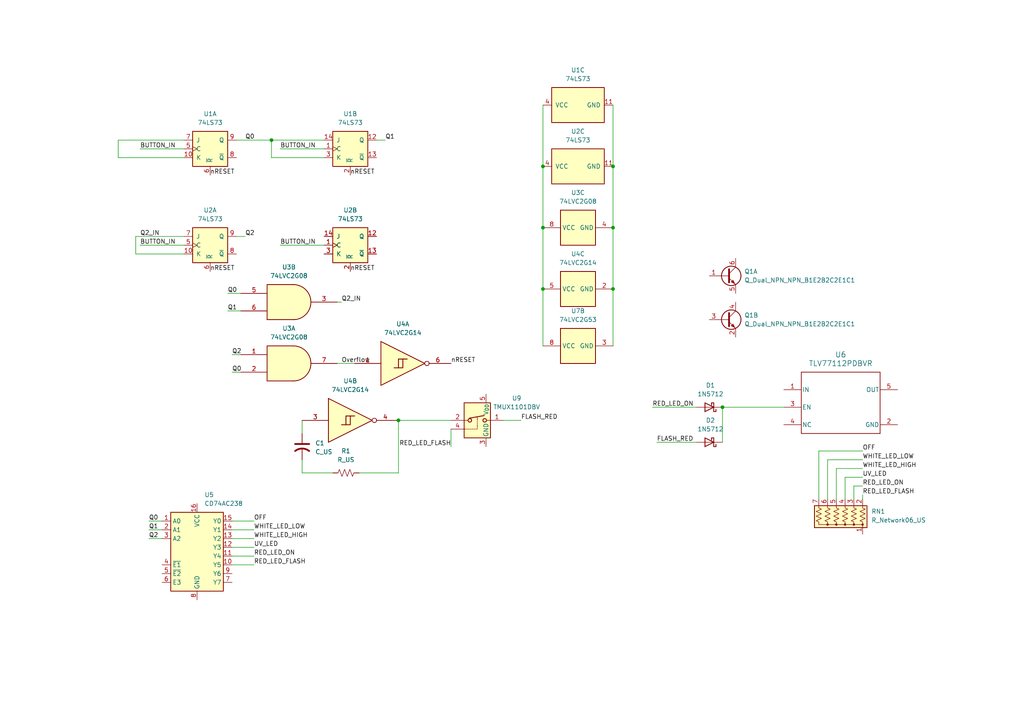
<source format=kicad_sch>
(kicad_sch (version 20250114) (generator "eeschema") (generator_version "9.0")
  (paper "A4")
  (lib_symbols
    (symbol "74xGxx:74LVC2G08"
      (property "Reference" "U" (at -10.16 7.62 0))
      (property "Value" "74LVC2G08" (at -10.16 -7.62 0))
      (symbol "74LVC2G08_1_1"
        (arc (start 0 5.08) (mid 5.0579 0) (end 0 -5.08) (stroke (width 0.254)) (fill (type background)))
        (polyline (pts (xy 0 -5.08) (xy -7.62 -5.08) (xy -7.62 5.08) (xy 0 5.08)) (stroke (width 0.254)) (fill (type background)))
        (pin input line (at -15.24 2.54 0) (length 7.62) (name "~") (number "1"))
        (pin input line (at -15.24 -2.54 0) (length 7.62) (name "~") (number "2"))
        (pin output line (at 12.7 0 180) (length 7.62) (name "~") (number "7"))
      )
      (symbol "74LVC2G08_2_1"
        (arc (start 0 5.08) (mid 5.0579 0) (end 0 -5.08) (stroke (width 0.254)) (fill (type background)))
        (polyline (pts (xy 0 -5.08) (xy -7.62 -5.08) (xy -7.62 5.08) (xy 0 5.08)) (stroke (width 0.254)) (fill (type background)))
        (pin input line (at -15.24 2.54 0) (length 7.62) (name "~") (number "5"))
        (pin input line (at -15.24 -2.54 0) (length 7.62) (name "~") (number "6"))
        (pin output line (at 12.7 0 180) (length 7.62) (name "~") (number "3"))
      )
      (symbol "74LVC2G08_3_0"
        (rectangle (start -5.08 -5.08) (end 5.08 5.08) (stroke (width 0.254)) (fill (type background)))
      )
      (symbol "74LVC2G08_3_1"
        (pin power_in line (at 0 10.16 270) (length 5.08) (name "VCC") (number "8"))
        (pin power_in line (at 0 -10.16 90) (length 5.08) (name "GND") (number "4"))
      )
    )
    (symbol "74xGxx:74LVC2G14"
      (property "Reference" "U" (at 0 7.62 0))
      (property "Value" "74LVC2G14" (at 2.54 -7.62 0))
      (symbol "74LVC2G14_1_1"
        (polyline (pts (xy -7.62 6.35) (xy -7.62 -6.35) (xy 5.08 0) (xy -7.62 6.35)) (stroke (width 0.254)) (fill (type background)))
        (polyline (pts (xy -3.81 -1.27) (xy -2.54 -1.27) (xy -2.54 1.27) (xy 0 1.27)) (stroke (width 0.254)) (fill (type background)))
        (polyline (pts (xy -2.54 -1.27) (xy -1.27 -1.27) (xy -1.27 1.27)) (stroke (width 0.254)) (fill (type background)))
        (pin input line (at -15.24 0 0) (length 7.62) (name "~") (number "1"))
        (pin output inverted (at 12.7 0 180) (length 7.62) (name "~") (number "6"))
      )
      (symbol "74LVC2G14_2_1"
        (polyline (pts (xy -7.62 6.35) (xy -7.62 -6.35) (xy 5.08 0) (xy -7.62 6.35)) (stroke (width 0.254)) (fill (type background)))
        (polyline (pts (xy -3.81 -1.27) (xy -2.54 -1.27) (xy -2.54 1.27) (xy 0 1.27)) (stroke (width 0.254)) (fill (type background)))
        (polyline (pts (xy -2.54 -1.27) (xy -1.27 -1.27) (xy -1.27 1.27)) (stroke (width 0.254)) (fill (type background)))
        (pin input line (at -15.24 0 0) (length 7.62) (name "~") (number "3"))
        (pin output inverted (at 12.7 0 180) (length 7.62) (name "~") (number "4"))
      )
      (symbol "74LVC2G14_3_0"
        (rectangle (start -5.08 -5.08) (end 5.08 5.08) (stroke (width 0.254)) (fill (type background)))
      )
      (symbol "74LVC2G14_3_1"
        (pin power_in line (at 0 10.16 270) (length 5.08) (name "VCC") (number "5"))
        (pin power_in line (at 0 -10.16 90) (length 5.08) (name "GND") (number "2"))
      )
    )
    (symbol "74xGxx:74LVC2G53"
      (property "Reference" "U" (at 2.54 6.35 0))
      (property "Value" "74LVC2G53" (at 6.35 -6.35 0))
      (symbol "74LVC2G53_1_1"
        (polyline (pts (xy -3.81 0) (xy -2.54 0)) (fill (type background)))
        (polyline (pts (xy -3.81 -5.08) (xy -2.54 -5.08)) (stroke (width 0.254)) (fill (type background)))
        (circle (center -2.54 0) (radius 0.127))
        (polyline (pts (xy -1.27 3.81) (xy 0 3.175) (xy -1.27 2.54) (xy -1.27 3.81)) (stroke (width 0.254)) (fill (type background)))
        (polyline (pts (xy -1.27 2.54) (xy 0 1.905) (xy -1.27 1.27) (xy -1.27 2.54)) (stroke (width 0.254)) (fill (type background)))
        (polyline (pts (xy -1.27 2.54) (xy -2.54 2.54) (xy -2.54 0) (xy -2.54 -2.54) (xy -1.27 -2.54)) (stroke (width 0.254)))
        (polyline (pts (xy -1.27 -1.27) (xy -1.27 -2.54) (xy 0 -1.905) (xy -1.27 -1.27)) (stroke (width 0.254)) (fill (type background)))
        (polyline (pts (xy -1.27 -2.54) (xy 0 -3.175) (xy -1.27 -3.81) (xy -1.27 -2.54)) (stroke (width 0.254)) (fill (type background)))
        (circle (center 0 3.556) (radius 0.254))
        (circle (center 0 1.397) (radius 0.381) (stroke (width 0.254)))
        (polyline (pts (xy 0 1.016) (xy 0 0) (xy 0 -1.905)) (stroke (width 0.254)) (fill (type background)))
        (polyline (pts (xy 0 -0.381) (xy -1.905 -0.381) (xy -1.905 -5.08) (xy -2.54 -5.08)) (stroke (width 0.254)))
        (circle (center 0 -0.381) (radius 0.127))
        (circle (center 0 -3.556) (radius 0.254))
        (polyline (pts (xy 0 -3.81) (xy 0 -5.08) (xy 2.54 -5.08)) (stroke (width 0.254)))
        (polyline (pts (xy 1.27 2.54) (xy 1.27 3.81) (xy 0 3.175) (xy 1.27 2.54)) (stroke (width 0.254)) (fill (type background)))
        (polyline (pts (xy 1.27 2.54) (xy 1.27 1.27) (xy 0 1.905) (xy 1.27 2.54)) (stroke (width 0.254)) (fill (type background)))
        (polyline (pts (xy 1.27 -1.27) (xy 1.27 -2.54) (xy 0 -1.905) (xy 1.27 -1.27)) (stroke (width 0.254)) (fill (type background)))
        (polyline (pts (xy 1.27 -2.54) (xy 0 -3.175) (xy 1.27 -3.81) (xy 1.27 -2.54)) (stroke (width 0.254)) (fill (type background)))
        (polyline (pts (xy 1.905 -5.08) (xy 1.905 5.08) (xy 0 5.08) (xy 0 3.81)) (stroke (width 0.254)))
        (circle (center 1.905 -5.08) (radius 0.127))
        (polyline (pts (xy 2.54 2.54) (xy 1.27 2.54)) (stroke (width 0.254)) (fill (type background)))
        (polyline (pts (xy 2.54 -2.54) (xy 1.27 -2.54)) (stroke (width 0.254)) (fill (type background)))
        (pin bidirectional line (at -10.16 0 0) (length 6.35) (name "~") (number "1"))
        (pin input line (at -10.16 -5.08 0) (length 6.35) (name "~") (number "5"))
        (pin bidirectional line (at 7.62 2.54 180) (length 5.08) (name "~") (number "7"))
        (pin bidirectional line (at 7.62 -2.54 180) (length 5.08) (name "~") (number "6"))
        (pin input line (at 7.62 -5.08 180) (length 5.08) (name "~") (number "2"))
      )
      (symbol "74LVC2G53_2_1"
        (rectangle (start -5.08 5.08) (end 5.08 -5.08) (stroke (width 0.254)) (fill (type background)))
        (pin power_in line (at 0 10.16 270) (length 5.08) (name "VCC") (number "8"))
        (pin power_in line (at 0 -10.16 90) (length 5.08) (name "GND") (number "3"))
        (pin passive line (at 0 -10.16 90) (length 5.08) (hide yes) (name "GND") (number "4"))
      )
    )
    (symbol "74xx:74LS73" (pin_names (offset 1.016))
      (property "Reference" "U" (at -7.62 8.89 0))
      (property "Value" "74LS73" (at -7.62 -8.89 0))
      (symbol "74LS73_1_0"
        (pin input line (at -7.62 2.54 0) (length 2.54) (name "J") (number "7"))
        (pin input clock (at -7.62 0 0) (length 2.54) (name "C") (number "5"))
        (pin input line (at -7.62 -2.54 0) (length 2.54) (name "K") (number "10"))
        (pin input line (at 0 -7.62 90) (length 2.54) (name "~{R}") (number "6"))
        (pin output line (at 7.62 2.54 180) (length 2.54) (name "Q") (number "9"))
        (pin output line (at 7.62 -2.54 180) (length 2.54) (name "~{Q}") (number "8"))
      )
      (symbol "74LS73_1_1"
        (rectangle (start -5.08 5.08) (end 5.08 -5.08) (stroke (width 0.254)) (fill (type background)))
      )
      (symbol "74LS73_2_0"
        (pin input line (at -7.62 2.54 0) (length 2.54) (name "J") (number "14"))
        (pin input clock (at -7.62 0 0) (length 2.54) (name "C") (number "1"))
        (pin input line (at -7.62 -2.54 0) (length 2.54) (name "K") (number "3"))
        (pin input line (at 0 -7.62 90) (length 2.54) (name "~{R}") (number "2"))
        (pin output line (at 7.62 2.54 180) (length 2.54) (name "Q") (number "12"))
        (pin output line (at 7.62 -2.54 180) (length 2.54) (name "~{Q}") (number "13"))
      )
      (symbol "74LS73_2_1"
        (rectangle (start -5.08 5.08) (end 5.08 -5.08) (stroke (width 0.254)) (fill (type background)))
      )
      (symbol "74LS73_3_0"
        (pin power_in line (at 0 10.16 270) (length 2.54) (name "VCC") (number "4"))
        (pin power_in line (at 0 -10.16 90) (length 2.54) (name "GND") (number "11"))
      )
      (symbol "74LS73_3_1"
        (rectangle (start -5.08 7.62) (end 5.08 -7.62) (stroke (width 0.254)) (fill (type background)))
      )
    )
    (symbol "74xx:CD74AC238"
      (property "Reference" "U" (at -7.62 13.97 0))
      (property "Value" "CD74AC238" (at 2.54 -11.43 0))
      (symbol "CD74AC238_0_1"
        (rectangle (start -7.62 12.7) (end 7.62 -10.16) (stroke (width 0.254)) (fill (type background)))
      )
      (symbol "CD74AC238_1_1"
        (pin input line (at -10.16 10.16 0) (length 2.54) (name "A0") (number "1"))
        (pin input line (at -10.16 7.62 0) (length 2.54) (name "A1") (number "2"))
        (pin input line (at -10.16 5.08 0) (length 2.54) (name "A2") (number "3"))
        (pin input line (at -10.16 -2.54 0) (length 2.54) (name "~{E1}") (number "4"))
        (pin input line (at -10.16 -5.08 0) (length 2.54) (name "~{E2}") (number "5"))
        (pin input line (at -10.16 -7.62 0) (length 2.54) (name "E3") (number "6"))
        (pin power_in line (at 0 15.24 270) (length 2.54) (name "VCC") (number "16"))
        (pin power_in line (at 0 -12.7 90) (length 2.54) (name "GND") (number "8"))
        (pin output line (at 10.16 10.16 180) (length 2.54) (name "Y0") (number "15"))
        (pin output line (at 10.16 7.62 180) (length 2.54) (name "Y1") (number "14"))
        (pin output line (at 10.16 5.08 180) (length 2.54) (name "Y2") (number "13"))
        (pin output line (at 10.16 2.54 180) (length 2.54) (name "Y3") (number "12"))
        (pin output line (at 10.16 0 180) (length 2.54) (name "Y4") (number "11"))
        (pin output line (at 10.16 -2.54 180) (length 2.54) (name "Y5") (number "10"))
        (pin output line (at 10.16 -5.08 180) (length 2.54) (name "Y6") (number "9"))
        (pin output line (at 10.16 -7.62 180) (length 2.54) (name "Y7") (number "7"))
      )
    )
    (symbol "Analog_Switch:TMUX1101DBV" (pin_names (offset 0.254))
      (property "Reference" "U" (at -3.81 6.35 0))
      (property "Value" "TMUX1101DBV" (at -12.7 -6.35 0))
      (symbol "TMUX1101DBV_0_1"
        (polyline (pts (xy -3.81 -2.54) (xy -3.302 -2.54)))
        (polyline (pts (xy -3.048 -2.54) (xy -2.794 -2.54)))
        (polyline (pts (xy -2.54 -2.54) (xy -2.286 -2.54)))
        (polyline (pts (xy -2.032 -2.54) (xy -1.778 -2.54)))
        (polyline (pts (xy -1.524 -2.54) (xy -1.27 -2.54)))
        (polyline (pts (xy -1.016 -2.54) (xy -0.762 -2.54)))
        (polyline (pts (xy -0.508 -2.54) (xy -0.254 -2.54)))
        (polyline (pts (xy 0 -1.524) (xy 0 -1.27)))
        (polyline (pts (xy 0 -2.032) (xy 0 -1.778)))
      )
      (symbol "TMUX1101DBV_1_1"
        (rectangle (start -3.81 5.08) (end 3.81 -5.08) (stroke (width 0.254)) (fill (type background)))
        (polyline (pts (xy -3.81 0) (xy -2.794 0)))
        (polyline (pts (xy -2.286 0.635) (xy 2.032 1.397)) (stroke (width 0.254)))
        (circle (center -2.159 0) (radius 0.508) (stroke (width 0.254)))
        (polyline (pts (xy 0 0) (xy 0 1.016)))
        (polyline (pts (xy 0 -0.508) (xy 0 -0.254)))
        (polyline (pts (xy 0 -1.016) (xy 0 -0.762)))
        (polyline (pts (xy 0 -1.524) (xy 0 -1.27)))
        (polyline (pts (xy 0 -2.032) (xy 0 -1.778)))
        (polyline (pts (xy 0 -2.54) (xy 0 -2.286)))
        (circle (center 2.159 0) (radius 0.508) (stroke (width 0.254)))
        (polyline (pts (xy 3.81 0) (xy 2.794 0)))
        (pin passive line (at -7.62 0 0) (length 3.81) (name "~") (number "2"))
        (pin input line (at -7.62 -2.54 0) (length 3.81) (name "~") (number "4"))
        (pin power_in line (at 2.54 7.62 270) (length 2.54) (name "V_{DD}") (number "5"))
        (pin power_in line (at 2.54 -7.62 90) (length 2.54) (name "GND") (number "3"))
        (pin passive line (at 7.62 0 180) (length 3.81) (name "~") (number "1"))
      )
    )
    (symbol "Device:C_US" (pin_numbers (hide yes)) (pin_names (offset 0.254) (hide yes))
      (property "Reference" "C" (at 0.635 2.54 0))
      (property "Value" "C_US" (at 0.635 -2.54 0))
      (symbol "C_US_0_1"
        (polyline (pts (xy -2.032 0.762) (xy 2.032 0.762)) (stroke (width 0.508)))
        (arc (start -2.032 -1.27) (mid 0 -0.5572) (end 2.032 -1.27) (stroke (width 0.508)))
      )
      (symbol "C_US_1_1"
        (pin passive line (at 0 3.81 270) (length 2.794) (name "~") (number "1"))
        (pin passive line (at 0 -3.81 90) (length 3.302) (name "~") (number "2"))
      )
    )
    (symbol "Device:R_Network06_US" (pin_names (offset 0) (hide yes))
      (property "Reference" "RN" (at -10.16 0 90))
      (property "Value" "R_Network06_US" (at 7.62 0 90))
      (symbol "R_Network06_US_0_1"
        (rectangle (start -8.89 -3.175) (end 6.35 3.175) (stroke (width 0.254)) (fill (type background)))
        (circle (center -7.62 2.286) (radius 0.254) (fill (type outline)))
        (polyline (pts (xy -7.62 2.286) (xy 5.08 2.286)))
        (polyline (pts (xy -7.62 2.286) (xy -7.62 1.524) (xy -6.858 1.1684) (xy -8.382 0.508) (xy -6.858 -0.1524) (xy -8.382 -0.8382) (xy -6.858 -1.524) (xy -8.382 -2.1844) (xy -7.62 -2.54) (xy -7.62 -3.81)))
        (circle (center -5.08 2.286) (radius 0.254) (fill (type outline)))
        (polyline (pts (xy -5.08 2.286) (xy -5.08 1.524) (xy -4.318 1.1684) (xy -5.842 0.508) (xy -4.318 -0.1524) (xy -5.842 -0.8382) (xy -4.318 -1.524) (xy -5.842 -2.1844) (xy -5.08 -2.54) (xy -5.08 -3.81)))
        (circle (center -2.54 2.286) (radius 0.254) (fill (type outline)))
        (polyline (pts (xy -2.54 2.286) (xy -2.54 1.524) (xy -1.778 1.1684) (xy -3.302 0.508) (xy -1.778 -0.1524) (xy -3.302 -0.8382) (xy -1.778 -1.524) (xy -3.302 -2.1844) (xy -2.54 -2.54) (xy -2.54 -3.81)))
        (circle (center 0 2.286) (radius 0.254) (fill (type outline)))
        (polyline (pts (xy 0 2.286) (xy 0 1.524) (xy 0.762 1.1684) (xy -0.762 0.508) (xy 0.762 -0.1524) (xy -0.762 -0.8382) (xy 0.762 -1.524) (xy -0.762 -2.1844) (xy 0 -2.54) (xy 0 -3.81)))
        (polyline (pts (xy 2.54 2.286) (xy 2.54 1.524) (xy 3.302 1.1684) (xy 1.778 0.508) (xy 3.302 -0.1524) (xy 1.778 -0.8382) (xy 3.302 -1.524) (xy 1.778 -2.1844) (xy 2.54 -2.54) (xy 2.54 -3.81)))
        (circle (center 2.54 2.286) (radius 0.254) (fill (type outline)))
        (polyline (pts (xy 5.08 2.286) (xy 5.08 1.524) (xy 5.842 1.1684) (xy 4.318 0.508) (xy 5.842 -0.1524) (xy 4.318 -0.8382) (xy 5.842 -1.524) (xy 4.318 -2.1844) (xy 5.08 -2.54) (xy 5.08 -3.81)))
      )
      (symbol "R_Network06_US_1_1"
        (pin passive line (at -7.62 5.08 270) (length 2.54) (name "common") (number "1"))
        (pin passive line (at -7.62 -5.08 90) (length 1.27) (name "R1") (number "2"))
        (pin passive line (at -5.08 -5.08 90) (length 1.27) (name "R2") (number "3"))
        (pin passive line (at -2.54 -5.08 90) (length 1.27) (name "R3") (number "4"))
        (pin passive line (at 0 -5.08 90) (length 1.27) (name "R4") (number "5"))
        (pin passive line (at 2.54 -5.08 90) (length 1.27) (name "R5") (number "6"))
        (pin passive line (at 5.08 -5.08 90) (length 1.27) (name "R6") (number "7"))
      )
    )
    (symbol "Device:R_US" (pin_numbers (hide yes)) (pin_names (offset 0))
      (property "Reference" "R" (at 2.54 0 90))
      (property "Value" "R_US" (at -2.54 0 90))
      (symbol "R_US_0_1"
        (polyline (pts (xy 0 2.286) (xy 0 2.54)))
        (polyline (pts (xy 0 2.286) (xy 1.016 1.905) (xy 0 1.524) (xy -1.016 1.143) (xy 0 0.762)))
        (polyline (pts (xy 0 0.762) (xy 1.016 0.381) (xy 0 0) (xy -1.016 -0.381) (xy 0 -0.762)))
        (polyline (pts (xy 0 -0.762) (xy 1.016 -1.143) (xy 0 -1.524) (xy -1.016 -1.905) (xy 0 -2.286)))
        (polyline (pts (xy 0 -2.286) (xy 0 -2.54)))
      )
      (symbol "R_US_1_1"
        (pin passive line (at 0 3.81 270) (length 1.27) (name "~") (number "1"))
        (pin passive line (at 0 -3.81 90) (length 1.27) (name "~") (number "2"))
      )
    )
    (symbol "Diode:1N5712" (pin_numbers (hide yes)) (pin_names (offset 1.016) (hide yes))
      (property "Reference" "D" (at 0 2.54 0))
      (property "Value" "1N5712" (at 0 -2.54 0))
      (symbol "1N5712_0_1"
        (polyline (pts (xy -1.905 0.635) (xy -1.905 1.27) (xy -1.27 1.27) (xy -1.27 -1.27) (xy -0.635 -1.27) (xy -0.635 -0.635)) (stroke (width 0.254)))
        (polyline (pts (xy 1.27 1.27) (xy 1.27 -1.27) (xy -1.27 0) (xy 1.27 1.27)) (stroke (width 0.254)))
        (polyline (pts (xy 1.27 0) (xy -1.27 0)))
      )
      (symbol "1N5712_1_1"
        (pin passive line (at -3.81 0 0) (length 2.54) (name "K") (number "1"))
        (pin passive line (at 3.81 0 180) (length 2.54) (name "A") (number "2"))
      )
    )
    (symbol "TLV77112PDBVR:TLV77112PDBVR" (pin_names (offset 0.254))
      (property "Reference" "U" (at 0 2.54 0))
      (property "Value" "TLV77112PDBVR" (at 0 0 0))
      (symbol "TLV77112PDBVR_0_1"
        (polyline (pts (xy 5.08 5.08) (xy 5.08 -12.7)) (stroke (width 0.2032)))
        (polyline (pts (xy 5.08 -12.7) (xy 27.94 -12.7)) (stroke (width 0.2032)))
        (polyline (pts (xy 27.94 5.08) (xy 5.08 5.08)) (stroke (width 0.2032)))
        (polyline (pts (xy 27.94 -12.7) (xy 27.94 5.08)) (stroke (width 0.2032)))
        (pin power_in line (at 0 0 0) (length 5.08) (name "IN") (number "1"))
        (pin input line (at 0 -5.08 0) (length 5.08) (name "EN") (number "3"))
        (pin unspecified line (at 0 -10.16 0) (length 5.08) (name "NC") (number "4"))
        (pin unspecified line (at 33.02 0 180) (length 5.08) (name "OUT") (number "5"))
        (pin power_in line (at 33.02 -10.16 180) (length 5.08) (name "GND") (number "2"))
      )
    )
    (symbol "Transistor_BJT:Q_Dual_NPN_NPN_B1E2B2C2E1C1" (pin_names (offset 0) (hide yes))
      (property "Reference" "Q" (at 5.08 1.27 0))
      (property "Value" "Q_Dual_NPN_NPN_B1E2B2C2E1C1" (at 5.08 -1.27 0))
      (symbol "Q_Dual_NPN_NPN_B1E2B2C2E1C1_0_1"
        (polyline (pts (xy 0.635 1.905) (xy 0.635 -1.905)) (stroke (width 0.508)))
        (polyline (pts (xy 0.635 0.635) (xy 2.54 2.54)))
        (polyline (pts (xy 0.635 0) (xy -2.54 0)))
        (polyline (pts (xy 0.635 -0.635) (xy 2.54 -2.54)))
        (circle (center 1.27 0) (radius 2.8194) (stroke (width 0.254)))
        (polyline (pts (xy 1.27 -1.778) (xy 1.778 -1.27) (xy 2.286 -2.286) (xy 1.27 -1.778)) (fill (type outline)))
      )
      (symbol "Q_Dual_NPN_NPN_B1E2B2C2E1C1_1_1"
        (pin input line (at -5.08 0 0) (length 2.54) (name "B1") (number "1"))
        (pin passive line (at 2.54 5.08 270) (length 2.54) (name "C1") (number "6"))
        (pin passive line (at 2.54 -5.08 90) (length 2.54) (name "E1") (number "5"))
      )
      (symbol "Q_Dual_NPN_NPN_B1E2B2C2E1C1_2_1"
        (pin input line (at -5.08 0 0) (length 2.54) (name "B2") (number "3"))
        (pin passive line (at 2.54 5.08 270) (length 2.54) (name "C2") (number "4"))
        (pin passive line (at 2.54 -5.08 90) (length 2.54) (name "E2") (number "2"))
      )
    )
  )
  (junction (at 177.8 83.82))
  (junction (at 157.48 48.26))
  (junction (at 157.48 66.04))
  (junction (at 177.8 48.26))
  (junction (at 157.48 83.82))
  (junction (at 78.74 40.64))
  (junction (at 209.55 118.11))
  (junction (at 177.8 66.04))
  (junction (at 115.57 121.92))
  (wire (pts (xy 96.52 137.16) (xy 87.63 137.16)))
  (wire (pts (xy 237.49 130.81) (xy 237.49 144.78)))
  (wire (pts (xy 250.19 133.35) (xy 240.03 133.35)))
  (wire (pts (xy 157.48 66.04) (xy 157.48 83.82)))
  (wire (pts (xy 78.74 45.72) (xy 78.74 40.64)))
  (wire (pts (xy 67.31 163.83) (xy 73.66 163.83)))
  (wire (pts (xy 157.48 48.26) (xy 157.48 66.04)))
  (wire (pts (xy 189.23 118.11) (xy 201.93 118.11)))
  (wire (pts (xy 157.48 83.82) (xy 157.48 100.33)))
  (wire (pts (xy 67.31 156.21) (xy 73.66 156.21)))
  (wire (pts (xy 115.57 121.92) (xy 130.81 121.92)))
  (wire (pts (xy 209.55 118.11) (xy 227.33 118.11)))
  (wire (pts (xy 67.31 158.75) (xy 73.66 158.75)))
  (wire (pts (xy 177.8 83.82) (xy 177.8 100.33)))
  (wire (pts (xy 87.63 137.16) (xy 87.63 133.35)))
  (wire (pts (xy 146.05 121.92) (xy 151.13 121.92)))
  (wire (pts (xy 39.37 68.58) (xy 53.34 68.58)))
  (wire (pts (xy 250.19 135.89) (xy 242.57 135.89)))
  (wire (pts (xy 250.19 143.51) (xy 250.19 144.78)))
  (wire (pts (xy 39.37 73.66) (xy 39.37 68.58)))
  (wire (pts (xy 87.63 121.92) (xy 87.63 125.73)))
  (wire (pts (xy 81.28 43.18) (xy 93.98 43.18)))
  (wire (pts (xy 66.04 85.09) (xy 69.85 85.09)))
  (wire (pts (xy 34.29 45.72) (xy 34.29 40.64)))
  (wire (pts (xy 177.8 66.04) (xy 177.8 83.82)))
  (wire (pts (xy 40.64 71.12) (xy 53.34 71.12)))
  (wire (pts (xy 115.57 137.16) (xy 104.14 137.16)))
  (wire (pts (xy 190.5 128.27) (xy 201.93 128.27)))
  (wire (pts (xy 93.98 45.72) (xy 78.74 45.72)))
  (wire (pts (xy 40.64 43.18) (xy 53.34 43.18)))
  (wire (pts (xy 209.55 118.11) (xy 209.55 128.27)))
  (wire (pts (xy 245.11 138.43) (xy 245.11 144.78)))
  (wire (pts (xy 68.58 40.64) (xy 78.74 40.64)))
  (wire (pts (xy 247.65 140.97) (xy 250.19 140.97)))
  (wire (pts (xy 97.79 87.63) (xy 99.06 87.63)))
  (wire (pts (xy 43.18 151.13) (xy 46.99 151.13)))
  (wire (pts (xy 67.31 107.95) (xy 69.85 107.95)))
  (wire (pts (xy 242.57 135.89) (xy 242.57 144.78)))
  (wire (pts (xy 67.31 151.13) (xy 73.66 151.13)))
  (wire (pts (xy 177.8 30.48) (xy 177.8 48.26)))
  (wire (pts (xy 250.19 130.81) (xy 237.49 130.81)))
  (wire (pts (xy 67.31 102.87) (xy 69.85 102.87)))
  (wire (pts (xy 34.29 40.64) (xy 53.34 40.64)))
  (wire (pts (xy 53.34 45.72) (xy 34.29 45.72)))
  (wire (pts (xy 66.04 90.17) (xy 69.85 90.17)))
  (wire (pts (xy 250.19 138.43) (xy 245.11 138.43)))
  (wire (pts (xy 115.57 121.92) (xy 115.57 137.16)))
  (wire (pts (xy 78.74 40.64) (xy 93.98 40.64)))
  (wire (pts (xy 130.81 124.46) (xy 130.81 129.54)))
  (wire (pts (xy 67.31 153.67) (xy 73.66 153.67)))
  (wire (pts (xy 109.22 40.64) (xy 111.76 40.64)))
  (wire (pts (xy 177.8 48.26) (xy 177.8 66.04)))
  (wire (pts (xy 81.28 71.12) (xy 93.98 71.12)))
  (wire (pts (xy 97.79 105.41) (xy 102.87 105.41)))
  (wire (pts (xy 247.65 144.78) (xy 247.65 140.97)))
  (wire (pts (xy 157.48 30.48) (xy 157.48 48.26)))
  (wire (pts (xy 53.34 73.66) (xy 39.37 73.66)))
  (wire (pts (xy 67.31 161.29) (xy 73.66 161.29)))
  (wire (pts (xy 240.03 133.35) (xy 240.03 144.78)))
  (wire (pts (xy 43.18 153.67) (xy 46.99 153.67)))
  (wire (pts (xy 68.58 68.58) (xy 71.12 68.58)))
  (wire (pts (xy 43.18 156.21) (xy 46.99 156.21)))
  (label "RED_LED_ON" (at 250.19 140.97 0))
  (label "RED_LED_FLASH" (at 250.19 143.51 0))
  (label "WHITE_LED_HIGH" (at 73.66 156.21 0))
  (label "WHITE_LED_LOW" (at 250.19 133.35 0))
  (label "RED_LED_FLASH" (at 73.66 163.83 0))
  (label "RED_LED_FLASH" (at 130.81 129.54 180))
  (label "FLASH_RED" (at 190.5 128.27 0))
  (label "Q1" (at 43.18 153.67 0))
  (label "nRESET" (at 60.96 50.8 0))
  (label "Q0" (at 71.12 40.64 0))
  (label "Q2_IN" (at 40.64 68.58 0))
  (label "Q2_IN" (at 99.06 87.63 0))
  (label "WHITE_LED_LOW" (at 73.66 153.67 0))
  (label "BUTTON_IN" (at 81.28 71.12 0))
  (label "OFF" (at 73.66 151.13 0))
  (label "nRESET" (at 101.6 50.8 0))
  (label "RED_LED_ON" (at 189.23 118.11 0))
  (label "BUTTON_IN" (at 40.64 71.12 0))
  (label "OFF" (at 250.19 130.81 0))
  (label "Q0" (at 67.31 107.95 0))
  (label "nRESET" (at 60.96 78.74 0))
  (label "nRESET" (at 130.81 105.41 0))
  (label "Q2" (at 67.31 102.87 0))
  (label "UV_LED" (at 250.19 138.43 0))
  (label "Q1" (at 111.76 40.64 0))
  (label "Q0" (at 66.04 85.09 0))
  (label "BUTTON_IN" (at 40.64 43.18 0))
  (label "Q1" (at 66.04 90.17 0))
  (label "Q2" (at 43.18 156.21 0))
  (label "UV_LED" (at 73.66 158.75 0))
  (label "RED_LED_ON" (at 73.66 161.29 0))
  (label "FLASH_RED" (at 151.13 121.92 0))
  (label "nRESET" (at 101.6 78.74 0))
  (label "Q2" (at 71.12 68.58 0))
  (label "WHITE_LED_HIGH" (at 250.19 135.89 0))
  (label "Q0" (at 43.18 151.13 0))
  (label "BUTTON_IN" (at 81.28 43.18 0))
  (label "Overflow" (at 99.06 105.41 0))
  (symbol (lib_id "74xGxx:74LVC2G08") (at 85.09 105.41 0) (unit 1)
    (property "Reference" "U3" (at 83.8089 95.25 0))
    (property "Value" "74LVC2G08" (at 83.8089 97.79 0))
    (property "Footprint" "Package_SO:SOIC-8_3.81x9.347mm_P2.54mm" (effects (hide yes)))
    (property "Datasheet" "http://www.ti.com/lit/sg/scyt129e/scyt129e.pdf" (effects (hide yes)))
    (property "Description" "Dual AND Gate, Low-Voltage CMOS" (effects (hide yes)))
  )
  (symbol (lib_id "Transistor_BJT:Q_Dual_NPN_NPN_B1E2B2C2E1C1") (at 210.82 92.71 0) (unit 2)
    (property "Reference" "Q1" (at 215.9 91.4399 0) (effects (justify left)))
    (property "Value" "Q_Dual_NPN_NPN_B1E2B2C2E1C1" (at 215.9 93.9799 0) (effects (justify left)))
    (property "Description" "Dual NPN transistor, 6 pin package" (effects (hide yes)))
  )
  (symbol (lib_id "Device:R_Network06_US") (at 242.57 149.86 180) (unit 1)
    (property "Reference" "RN1" (at 252.73 148.3359 0) (effects (justify right)))
    (property "Value" "R_Network06_US" (at 252.73 150.8759 0) (effects (justify right)))
    (property "Footprint" "Resistor_THT:R_Array_SIP7" (effects (hide yes)))
    (property "Datasheet" "http://www.vishay.com/docs/31509/csc.pdf" (effects (hide yes)))
    (property "Description" "6 resistor network, star topology, bussed resistors, small US symbol" (effects (hide yes)))
  )
  (symbol (lib_id "Transistor_BJT:Q_Dual_NPN_NPN_B1E2B2C2E1C1") (at 210.82 80.01 0) (unit 1)
    (property "Reference" "Q1" (at 215.9 78.7399 0) (effects (justify left)))
    (property "Value" "Q_Dual_NPN_NPN_B1E2B2C2E1C1" (at 215.9 81.2799 0) (effects (justify left)))
    (property "Description" "Dual NPN transistor, 6 pin package" (effects (hide yes)))
  )
  (symbol (lib_id "74xx:74LS73") (at 167.64 30.48 90) (unit 3)
    (property "Reference" "U1" (at 167.64 20.32 90))
    (property "Value" "74LS73" (at 167.64 22.86 90))
    (property "Footprint" "Package_SO:SOIC-14_3.9x8.7mm_P1.27mm" (effects (hide yes)))
    (property "Datasheet" "http://www.ti.com/lit/gpn/sn74LS73" (effects (hide yes)))
    (property "Description" "Dual JK Flip-Flop, reset" (effects (hide yes)))
  )
  (symbol (lib_id "74xx:74LS73") (at 101.6 71.12 0) (unit 2)
    (property "Reference" "U2" (at 101.6 60.96 0))
    (property "Value" "74LS73" (at 101.6 63.5 0))
    (property "Footprint" "Package_SO:SOIC-14_3.9x8.7mm_P1.27mm" (effects (hide yes)))
    (property "Datasheet" "http://www.ti.com/lit/gpn/sn74LS73" (effects (hide yes)))
    (property "Description" "Dual JK Flip-Flop, reset" (effects (hide yes)))
  )
  (symbol (lib_id "74xGxx:74LVC2G14") (at 167.64 83.82 90) (unit 3)
    (property "Reference" "U4" (at 167.64 73.66 90))
    (property "Value" "74LVC2G14" (at 167.64 76.2 90))
    (property "Footprint" "Package_SO:SO-6_4.4x3.6mm_P1.27mm" (effects (hide yes)))
    (property "Datasheet" "https://www.ti.com/lit/ds/symlink/sn74lvc2g14.pdf" (effects (hide yes)))
    (property "Description" "Dual NOT Gate, Schmitt Triggered, Low-Voltage CMOS" (effects (hide yes)))
  )
  (symbol (lib_id "Diode:1N5712") (at 205.74 128.27 180) (unit 1)
    (property "Reference" "D2" (at 206.0575 121.92 0))
    (property "Value" "1N5712" (at 206.0575 124.46 0))
    (property "Footprint" "Diode_THT:D_DO-35_SOD27_P7.62mm_Horizontal" (effects (hide yes)))
    (property "Datasheet" "https://www.microsemi.com/document-portal/doc_download/8865-lds-0040-datasheet" (effects (hide yes)))
    (property "Description" "20V 75mA Schottky diode, DO-35" (effects (hide yes)))
  )
  (symbol (lib_id "74xx:CD74AC238") (at 57.15 161.29 0) (unit 1)
    (property "Reference" "U5" (at 59.2933 143.51 0) (effects (justify left)))
    (property "Value" "CD74AC238" (at 59.2933 146.05 0) (effects (justify left)))
    (property "Footprint" "Package_SO:SOIC-16_3.9x9.9mm_P1.27mm" (effects (hide yes)))
    (property "Datasheet" "https://www.ti.com/lit/ds/symlink/cd74ac238.pdf" (effects (hide yes)))
    (property "Description" "3-to-8 line decoder/multiplexer, SOIC-16" (effects (hide yes)))
  )
  (symbol (lib_id "Analog_Switch:TMUX1101DBV") (at 138.43 121.92 0) (unit 1)
    (property "Reference" "U9" (at 149.86 115.4998 0))
    (property "Value" "TMUX1101DBV" (at 149.86 118.0398 0))
    (property "Footprint" "Package_TO_SOT_SMD:SOT-23-5" (effects (hide yes)))
    (property "Datasheet" "https://www.ti.com/lit/ds/symlink/tmux1101.pdf" (effects (hide yes)))
    (property "Description" "SPST Analog Switch, 1.08V to 5.5V Supply, 3pA Leakage Current, Normally OFF, 1.8Ohm Ron, SOT-23-5" (effects (hide yes)))
  )
  (symbol (lib_id "74xx:74LS73") (at 167.64 48.26 90) (unit 3)
    (property "Reference" "U2" (at 167.64 38.1 90))
    (property "Value" "74LS73" (at 167.64 40.64 90))
    (property "Footprint" "Package_SO:SOIC-14_3.9x8.7mm_P1.27mm" (effects (hide yes)))
    (property "Datasheet" "http://www.ti.com/lit/gpn/sn74LS73" (effects (hide yes)))
    (property "Description" "Dual JK Flip-Flop, reset" (effects (hide yes)))
  )
  (symbol (lib_id "74xx:74LS73") (at 60.96 71.12 0) (unit 1)
    (property "Reference" "U2" (at 60.96 60.96 0))
    (property "Value" "74LS73" (at 60.96 63.5 0))
    (property "Footprint" "Package_SO:SOIC-14_3.9x8.7mm_P1.27mm" (effects (hide yes)))
    (property "Datasheet" "http://www.ti.com/lit/gpn/sn74LS73" (effects (hide yes)))
    (property "Description" "Dual JK Flip-Flop, reset" (effects (hide yes)))
  )
  (symbol (lib_id "74xGxx:74LVC2G53") (at 167.64 100.33 90) (unit 2)
    (property "Reference" "U7" (at 167.64 90.17 90))
    (property "Value" "74LVC2G53" (at 167.64 92.71 90))
    (property "Datasheet" "http://www.ti.com/lit/sg/scyt129e/scyt129e.pdf" (effects (hide yes)))
    (property "Description" "1 to 2 Analog Switch Mux/Demux, Low-Voltage CMOS" (effects (hide yes)))
  )
  (symbol (lib_id "Device:R_US") (at 100.33 137.16 90) (unit 1)
    (property "Reference" "R1" (at 100.33 130.81 90))
    (property "Value" "R_US" (at 100.33 133.35 90))
    (property "Footprint" "Resistor_SMD:R_0603_1608Metric" (effects (hide yes)))
    (property "Description" "Resistor, US symbol" (effects (hide yes)))
  )
  (symbol (lib_id "74xGxx:74LVC2G08") (at 85.09 87.63 0) (unit 2)
    (property "Reference" "U3" (at 83.8089 77.47 0))
    (property "Value" "74LVC2G08" (at 83.8089 80.01 0))
    (property "Footprint" "Package_SO:SOIC-8_3.81x9.347mm_P2.54mm" (effects (hide yes)))
    (property "Datasheet" "http://www.ti.com/lit/sg/scyt129e/scyt129e.pdf" (effects (hide yes)))
    (property "Description" "Dual AND Gate, Low-Voltage CMOS" (effects (hide yes)))
  )
  (symbol (lib_id "TLV77112PDBVR:TLV77112PDBVR") (at 227.33 113.03 0) (unit 1)
    (property "Reference" "U6" (at 243.84 102.87 0) (effects (font (size 1.524 1.524))))
    (property "Value" "TLV77112PDBVR" (at 243.84 105.41 0) (effects (font (size 1.524 1.524))))
    (property "Footprint" "DBV0005A-IPC_A" (effects (hide yes)))
    (property "Datasheet" "https://www.ti.com/lit/gpn/tlv771" (effects (hide yes)))
  )
  (symbol (lib_id "Device:C_US") (at 87.63 129.54 0) (unit 1)
    (property "Reference" "C1" (at 91.44 128.5239 0) (effects (justify left)))
    (property "Value" "C_US" (at 91.44 131.0639 0) (effects (justify left)))
    (property "Footprint" "Capacitor_SMD:C_0603_1608Metric" (effects (hide yes)))
    (property "Description" "capacitor, US symbol" (effects (hide yes)))
  )
  (symbol (lib_id "74xx:74LS73") (at 60.96 43.18 0) (unit 1)
    (property "Reference" "U1" (at 60.96 33.02 0))
    (property "Value" "74LS73" (at 60.96 35.56 0))
    (property "Footprint" "Package_SO:SOIC-14_3.9x8.7mm_P1.27mm" (effects (hide yes)))
    (property "Datasheet" "http://www.ti.com/lit/gpn/sn74LS73" (effects (hide yes)))
    (property "Description" "Dual JK Flip-Flop, reset" (effects (hide yes)))
  )
  (symbol (lib_id "74xGxx:74LVC2G14") (at 102.87 121.92 0) (unit 2)
    (property "Reference" "U4" (at 101.6 110.49 0))
    (property "Value" "74LVC2G14" (at 101.6 113.03 0))
    (property "Footprint" "Package_SO:SO-6_4.4x3.6mm_P1.27mm" (effects (hide yes)))
    (property "Datasheet" "https://www.ti.com/lit/ds/symlink/sn74lvc2g14.pdf" (effects (hide yes)))
    (property "Description" "Dual NOT Gate, Schmitt Triggered, Low-Voltage CMOS" (effects (hide yes)))
  )
  (symbol (lib_id "74xGxx:74LVC2G08") (at 167.64 66.04 90) (unit 3)
    (property "Reference" "U3" (at 167.64 55.88 90))
    (property "Value" "74LVC2G08" (at 167.64 58.42 90))
    (property "Footprint" "Package_SO:SOIC-8_3.81x9.347mm_P2.54mm" (effects (hide yes)))
    (property "Datasheet" "http://www.ti.com/lit/sg/scyt129e/scyt129e.pdf" (effects (hide yes)))
    (property "Description" "Dual AND Gate, Low-Voltage CMOS" (effects (hide yes)))
  )
  (symbol (lib_id "Diode:1N5712") (at 205.74 118.11 180) (unit 1)
    (property "Reference" "D1" (at 206.0575 111.76 0))
    (property "Value" "1N5712" (at 206.0575 114.3 0))
    (property "Footprint" "Diode_THT:D_DO-35_SOD27_P7.62mm_Horizontal" (effects (hide yes)))
    (property "Datasheet" "https://www.microsemi.com/document-portal/doc_download/8865-lds-0040-datasheet" (effects (hide yes)))
    (property "Description" "20V 75mA Schottky diode, DO-35" (effects (hide yes)))
  )
  (symbol (lib_id "74xGxx:74LVC2G14") (at 118.11 105.41 0) (unit 1)
    (property "Reference" "U4" (at 116.84 93.98 0))
    (property "Value" "74LVC2G14" (at 116.84 96.52 0))
    (property "Footprint" "Package_SO:SO-6_4.4x3.6mm_P1.27mm" (effects (hide yes)))
    (property "Datasheet" "https://www.ti.com/lit/ds/symlink/sn74lvc2g14.pdf" (effects (hide yes)))
    (property "Description" "Dual NOT Gate, Schmitt Triggered, Low-Voltage CMOS" (effects (hide yes)))
  )
  (symbol (lib_id "74xx:74LS73") (at 101.6 43.18 0) (unit 2)
    (property "Reference" "U1" (at 101.6 33.02 0))
    (property "Value" "74LS73" (at 101.6 35.56 0))
    (property "Footprint" "Package_SO:SOIC-14_3.9x8.7mm_P1.27mm" (effects (hide yes)))
    (property "Datasheet" "http://www.ti.com/lit/gpn/sn74LS73" (effects (hide yes)))
    (property "Description" "Dual JK Flip-Flop, reset" (effects (hide yes)))
  )
)
</source>
